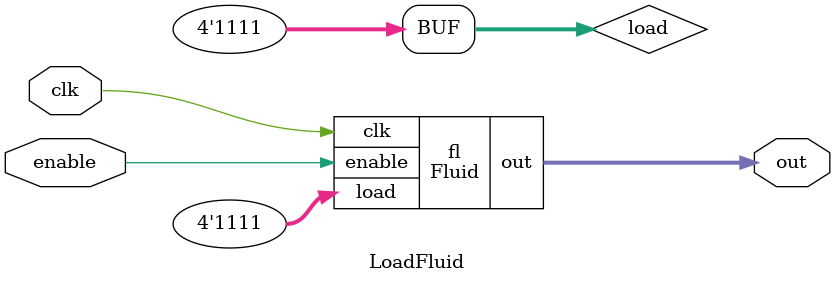
<source format=v>
module EnableDFF(input enable, clk, D, output Q, input reset);
	reg Q;
	
	// when the clock encounters a positive edge
	always @(posedge clk)
		begin
			if(reset)
				Q = 1;
			if(enable)
				Q = D;
		end
endmodule
//End DFF
 
 
//=============================================
//Half adder for use in full adder
module Add_half(input a, input b,output cout,output sum);
    xor ( sum, a, b);
    and (cout, a, b);
endmodule
 
//=============================================
//Full adder with 1 bit inputs
module Add_full( input a,input b,input cin,output cout,output  sum);
	
	wire w1, w2, w3;
	
	// instantiation half adders
	Add_half M1 (a, b, w1, w2);
	Add_half M0 (w2, cin, w3, sum);    
	
	or (cout, w1,w3);
endmodule

//=============================================
//Preforms an xor of x and y and outputs result as xxory
module SimpleXor(x,y,xxory);
	input x;
	input y;
	output xxory;
	reg xxory;
	always @(*) begin
	xxory= x ^ y;
	end
endmodule

//==================================================================================
//Takes in 2 eight bit numbers and will subtract b from a if cin is one, adds together otherwise 
module EightBitAdderSubtractor(input [7:0] a,input [7:0] b, input cin, output cout,output [7:0] sum);
	wire carry[6:0];
	wire xoredB [7:0];
	SimpleXor firstBit (cin, b[0], xoredB[0]);
	SimpleXor secondBit (cin, b[1], xoredB[1]);
	SimpleXor thirdBit (cin, b[2], xoredB[2]);
	SimpleXor fourthBit (cin, b[3], xoredB[3]);
	SimpleXor fifthbit (cin, b[4], xoredB[4]);
	SimpleXor sixthbit (cin, b[5], xoredB[5]);
	SimpleXor seventhbit (cin, b[6], xoredB[6]);
	SimpleXor eighthbit (cin, b[7], xoredB[7]);
	
	Add_full M0 (a[0], xoredB[0], cin,  carry[0], sum[0]);
	Add_full M1 (a[1], xoredB[1], carry[0],  carry[1], sum[1]);
	Add_full M2 (a[2], xoredB[2], carry[1],  carry[2], sum[2]);
	Add_full M3 (a[3], xoredB[3], carry[2],  carry[3], sum[3]);
	Add_full M4 (a[4], xoredB[4], carry[3],  carry[4], sum[4]);
	Add_full M5 (a[5], xoredB[5], carry[4],  carry[5], sum[5]);
	Add_full M6 (a[6], xoredB[6], carry[5],  carry[6], sum[6]);
	Add_full M7 (a[7], xoredB[7], carry[6],  cout, sum[7]);
endmodule
 
//=============================================
//Takes in 2 six bit numbers and will subtract b from a if cin is one, adds together otherwise 
module SixBitAdderSubtractor(input [5:0] a,input [5:0] b, input cin, output cout,output [5:0] sum);
	wire carry[5:0];
	wire xoredB [5:0];
	SimpleXor firstBit (cin, b[0], xoredB[0]);
	SimpleXor secondBit (cin, b[1], xoredB[1]);
	SimpleXor thirdBit (cin, b[2], xoredB[2]);
	SimpleXor fourthBit (cin, b[3], xoredB[3]);
	SimpleXor fifthbit (cin, b[4], xoredB[4]);
	SimpleXor sixthbit (cin, b[5], xoredB[5]);

	
	Add_full M0 (a[0], xoredB[0], cin,  carry[0], sum[0]);
	Add_full M1 (a[1], xoredB[1], carry[0],  carry[1], sum[1]);
	Add_full M2 (a[2], xoredB[2], carry[1],  carry[2], sum[2]);
	Add_full M3 (a[3], xoredB[3], carry[2],  carry[3], sum[3]);
	Add_full M4 (a[4], xoredB[4], carry[3],  carry[4], sum[4]);
	Add_full M5 (a[5], xoredB[5], carry[4],  cout, sum[5]);
	
endmodule

//=============================================
//Takes in 2 four bit numbers and will subtract b from a if cin is one, adds together otherwise 
module FourBitAdderSubtractor(input [3:0] a, input[3:0] b, input cin, output cout,output [3:0] sum);
	wire carry[3:0];
	wire xoredB [3:0];
	SimpleXor firstBit (cin, b[0], xoredB[0]);
	SimpleXor secondBit (cin, b[1], xoredB[1]);
	SimpleXor thirdBit (cin, b[2], xoredB[2]);
	SimpleXor fourthBit (cin, b[3], xoredB[3]);
	
	
	Add_full M0 (a[0], xoredB[0], cin,  carry[0], sum[0]);
	Add_full M1 (a[1], xoredB[1], carry[0],  carry[1], sum[1]);
	Add_full M2 (a[2], xoredB[2], carry[1],  carry[2], sum[2]);
	Add_full M3 (a[3], xoredB[3], carry[2],  cout, sum[3]);
	
	
endmodule
 

 
//==================================================================================
//Stores 8 bits by using DFF's, with first being low and eighthbit being the highest
module Energy(input enable, input clk, input [7:0] load, output [7:0] out, input reset);
    wire [7:0] out;
	
	EnableDFF firstBit (enable, clk, load[0], out[0], reset);
	EnableDFF secondBit (enable, clk, load[1], out[1], reset);
	EnableDFF thirdBit (enable, clk, load[2], out[2], reset);
	EnableDFF fourthBit (enable, clk, load[3], out[3], reset);
	EnableDFF fifthBit (enable, clk, load[4], out[4], reset);
	EnableDFF sixthBit (enable, clk, load[5], out[5], reset);
	EnableDFF seventhbit (enable, clk, load[6], out[6], reset);
	EnableDFF eighthBit (enable, clk, load[7], out[7], reset);
endmodule
 
 //=============================================
//Stores 6 bits by using DFF's, with first being low and sixth being the highest
module SpiderTracer(input enable, input clk, input [5:0] load, output [5:0] out);
	wire [5:0] out;
	
	EnableDFF firstBit (enable, clk, load[0], out[0], reset);
	EnableDFF secondBit (enable, clk, load[1], out[1], reset);
	EnableDFF thirdBit (enable, clk, load[2], out[2], reset);
	EnableDFF fourthBit (enable, clk, load[3], out[3], reset);
	EnableDFF fifthBit (enable, clk, load[4], out[4], reset);
	EnableDFF sixthBit (enable, clk, load[5], out[5], reset);
endmodule
 
 //=============================================
//Stores 4 bits by using DFF's, with first being low and fourth being the highest
module Fluid(input enable, input clk, input [3:0] load, output [3:0] out);
    wire [3:0] out;
	
	EnableDFF firstBit (enable, clk, load[0], out[0], reset);
	EnableDFF secondBit (enable, clk, load[1], out[1], reset);
	EnableDFF thirdBit (enable, clk, load[2], out[2], reset);
	EnableDFF fourthBit (enable, clk, load[3], out[3], reset);   
endmodule









//==================================================================================
// Loads the initial 256 (11111111) energy units
module LoadEnergy(input enable, reset, clk, output [7:0] out);
	wire [7:0] out;
	reg [7:0] load;
	initial begin
		load[0] = 1;
		load[1] = 1;
		load[2] = 1;
		load[3] = 1;
		load[4] = 1;
		load[5] = 1;
		load[6] = 1;
		load[7] = 1;
	end
	
	Energy en (enable, clk, load, out, reset);
endmodule


//=============================================
// Loads the initial 64 (111111) tracers
module LoadTracers(input enable, clk, output [5:0] out);
	wire [5:0] out;
	reg [5:0] load;
	initial begin
		load[0] = 1;
		load[1] = 1;
		load[2] = 1;
		load[3] = 1;
		load[4] = 1;
		load[5] = 1;
	end
	
	SpiderTracer st (enable, clk, load, out);
endmodule


//=============================================
// Loads the initial 16 (1111) doses of fluid
module LoadFluid(input enable, clk, output [3:0] out);
	wire [3:0] out;
	reg [3:0] load;
	//reg k;
	initial begin
		load[0] = 1;
		load[1] = 1;
		load[2] = 1;
		load[3] = 1;
	end
	
	Fluid fl (enable, clk, load, out);
endmodule

</source>
